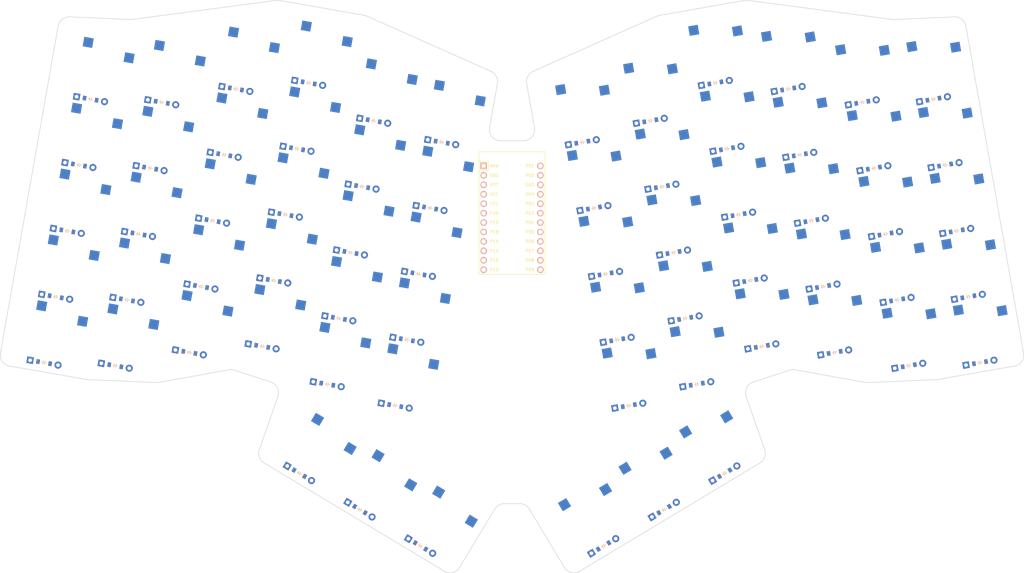
<source format=kicad_pcb>
(kicad_pcb (version 20240108) (generator "pcbnew") (generator_version "8.0")
  (title_block (title "cicadav1") (rev "1") (company "HagelzZ"))
  (layers (0 "F.Cu" signal) (31 "B.Cu" signal) (34 "B.Paste" user) (35 "F.Paste" user) (36 "B.SilkS" user "B.Silkscreen") (37 "F.SilkS" user "F.Silkscreen") (38 "B.Mask" user) (39 "F.Mask" user) (44 "Edge.Cuts" user))
  (net 0 "")
  (net 1 "P20")
  (net 2 "outer_bottom")
  (net 3 "outer_home")
  (net 4 "outer_top")
  (net 5 "outer_number")
  (net 6 "outer_frow")
  (net 7 "P21")
  (net 8 "pinky_bottom")
  (net 9 "pinky_home")
  (net 10 "pinky_top")
  (net 11 "pinky_number")
  (net 12 "pinky_frow")
  (net 13 "P3")
  (net 14 "ring_bottom")
  (net 15 "ring_home")
  (net 16 "ring_top")
  (net 17 "ring_number")
  (net 18 "ring_frow")
  (net 19 "P2")
  (net 20 "middle_bottom")
  (net 21 "middle_home")
  (net 22 "middle_top")
  (net 23 "middle_number")
  (net 24 "middle_frow")
  (net 25 "P0")
  (net 26 "index_bottom")
  (net 27 "index_home")
  (net 28 "index_top")
  (net 29 "index_number")
  (net 30 "index_frow")
  (net 31 "P1")
  (net 32 "indexfar_bottom")
  (net 33 "indexfar_home")
  (net 34 "indexfar_top")
  (net 35 "indexfar_number")
  (net 36 "indexfar_frow")
  (net 37 "near_thumb")
  (net 38 "home_thumb")
  (net 39 "far_thumb")
  (net 40 "mirror_outer_bottom")
  (net 41 "mirror_outer_home")
  (net 42 "mirror_outer_top")
  (net 43 "mirror_outer_number")
  (net 44 "mirror_outer_frow")
  (net 45 "mirror_pinky_bottom")
  (net 46 "mirror_pinky_home")
  (net 47 "mirror_pinky_top")
  (net 48 "mirror_pinky_number")
  (net 49 "mirror_pinky_frow")
  (net 50 "mirror_ring_bottom")
  (net 51 "mirror_ring_home")
  (net 52 "mirror_ring_top")
  (net 53 "mirror_ring_number")
  (net 54 "mirror_ring_frow")
  (net 55 "mirror_middle_bottom")
  (net 56 "mirror_middle_home")
  (net 57 "mirror_middle_top")
  (net 58 "mirror_middle_number")
  (net 59 "mirror_middle_frow")
  (net 60 "mirror_index_bottom")
  (net 61 "mirror_index_home")
  (net 62 "mirror_index_top")
  (net 63 "mirror_index_number")
  (net 64 "mirror_index_frow")
  (net 65 "mirror_indexfar_bottom")
  (net 66 "mirror_indexfar_home")
  (net 67 "mirror_indexfar_top")
  (net 68 "mirror_indexfar_number")
  (net 69 "mirror_indexfar_frow")
  (net 70 "mirror_near_thumb")
  (net 71 "mirror_home_thumb")
  (net 72 "mirror_far_thumb")
  (net 73 "P16")
  (net 74 "P14")
  (net 75 "P15")
  (net 76 "P18")
  (net 77 "P19")
  (net 78 "P10")
  (net 79 "P8")
  (net 80 "P7")
  (net 81 "P6")
  (net 82 "P5")
  (net 83 "P4")
  (net 84 "P9")
  (net 85 "RAW")
  (net 86 "GND")
  (net 87 "RST")
  (net 88 "VCC")
  (footprint "PG1350" (layer "F.Cu") (at 300.097482 94.063338 10)
    (property "Reference" "S47" (hide yes))
    (property "Value" "" (hide yes))
  )
  (footprint "PG1350" (layer "F.Cu") (at 296.971814 76.336799 10)
    (property "Reference" "S48" (hide yes))
    (property "Value" "" (hide yes))
  )
  (footprint "ComboDiode" (layer "F.Cu") (at 192.862144 170.435808 -10)
    (property "Reference" "D26" (hide yes))
    (property "Value" "" (hide yes))
  )
  (footprint "ComboDiode" (layer "F.Cu") (at 180.836251 129.221394 -10)
    (property "Reference" "D23" (hide yes))
    (property "Value" "" (hide yes))
  )
  (footprint "PG1350" (layer "F.Cu") (at 348.546836 150 10)
    (property "Reference" "S34" (hide yes))
    (property "Value" "" (hide yes))
  )
  (footprint "ComboDiode" (layer "F.Cu") (at 343.858335 123.410191 10)
    (property "Reference" "D36" (hide yes))
    (property "Value" "" (hide yes))
  )
  (footprint "ComboDiode" (layer "F.Cu") (at 120.708301 141.974026 -10)
    (property "Reference" "D7" (hide yes))
    (property "Value" "" (hide yes))
  )
  (footprint "PG1350" (layer "F.Cu") (at 142.19802 129.516418 -10)
    (property "Reference" "S12" (hide yes))
    (property "Value" "" (hide yes))
  )
  (footprint "PG1350" (layer "F.Cu") (at 109.377002 96.820381 -10)
    (property "Reference" "S4" (hide yes))
    (property "Value" "" (hide yes))
  )
  (footprint "PG1350" (layer "F.Cu") (at 336.044167 79.093842 10)
    (property "Reference" "S38" (hide yes))
    (property "Value" "" (hide yes))
  )
  (footprint "ComboDiode" (layer "F.Cu") (at 104.688501 123.410191 -10)
    (property "Reference" "D3" (hide yes))
    (property "Value" "" (hide yes))
  )
  (footprint "PG1350" (layer "F.Cu") (at 112.502669 79.093842 -10)
    (property "Reference" "S5" (hide yes))
    (property "Value" "" (hide yes))
  )
  (footprint "ComboDiode" (layer "F.Cu") (at 318.461533 88.794407 10)
    (property "Reference" "D43" (hide yes))
    (property "Value" "" (hide yes))
  )
  (footprint "ProMicro" (layer "F.Cu") (at 224.273418 119.892919 -90)
    (property "Reference" "MCU1" (hide yes))
    (property "Value" "" (hide yes))
  )
  (footprint "PG1350" (layer "F.Cu") (at 244.744857 108.392919 10)
    (property "Reference" "S62" (hide yes))
    (property "Value" "" (hide yes))
  )
  (footprint "ComboDiode" (layer "F.Cu") (at 330.964201 159.700566 10)
    (property "Reference" "D39" (hide yes))
    (property "Value" "" (hide yes))
  )
  (footprint "PG1350" (layer "F.Cu") (at 194.424977 161.572538 -10)
    (property "Reference" "S26" (hide yes))
    (property "Value" "" (hide yes))
  )
  (footprint "PG1350" (layer "F.Cu") (at 316.898699 79.931138 10)
    (property "Reference" "S43" (hide yes))
    (property "Value" "" (hide yes))
  )
  (footprint "PG1350" (layer "F.Cu") (at 131.648137 79.931138 -10)
    (property "Reference" "S10" (hide yes))
    (property "Value" "" (hide yes))
  )
  (footprint "ComboDiode" (layer "F.Cu") (at 337.607 87.957111 10)
    (property "Reference" "D38" (hide yes))
    (property "Value" "" (hide yes))
  )
  (footprint "ComboDiode" (layer "F.Cu") (at 264.584917 111.494854 10)
    (property "Reference" "D57" (hide yes))
    (property "Value" "" (hide yes))
  )
  (footprint "PG1350" (layer "F.Cu") (at 260.540935 190.709525 31)
    (property "Reference" "S65" (hide yes))
    (property "Value" "" (hide yes))
  )
  (footprint "ComboDiode" (layer "F.Cu") (at 321.5872 106.520947 10)
    (property "Reference" "D42" (hide yes))
    (property "Value" "" (hide yes))
  )
  (footprint "PG1350" (layer "F.Cu") (at 345.421168 132.27346 10)
    (property "Reference" "S35" (hide yes))
    (property "Value" "" (hide yes))
  )
  (footprint "ComboDiode" (layer "F.Cu") (at 273.961919 164.674473 10)
    (property "Reference" "D54" (hide yes))
    (property "Value" "" (hide yes))
  )
  (footprint "PG1350" (layer "F.Cu") (at 280.517894 92.438615 10)
    (property "Reference" "S52" (hide yes))
    (property "Value" "" (hide yes))
  )
  (footprint "PG1350" (layer "F.Cu") (at 326.275701 133.110756 10)
    (property "Reference" "S40" (hide yes))
    (property "Value" "" (hide yes))
  )
  (footprint "PG1350" (layer "F.Cu") (at 139.072352 147.242957 -10)
    (property "Reference" "S11" (hide yes))
    (property "Value" "" (hide yes))
  )
  (footprint "PG1350" (layer "F.Cu") (at 171.719722 180.923801 -31)
    (property "Reference" "S31" (hide yes))
    (property "Value" "" (hide yes))
  )
  (footprint "PG1350" (layer "F.Cu") (at 128.522469 97.657677 -10)
    (property "Reference" "S9" (hide yes))
    (property "Value" "" (hide yes))
  )
  (footprint "PG1350" (layer "F.Cu") (at 303.223149 111.789878 10)
    (property "Reference" "S46" (hide yes))
    (property "Value" "" (hide yes))
  )
  (footprint "PG1350" (layer "F.Cu") (at 272.399085 155.811203 10)
    (property "Reference" "S54" (hide yes))
    (property "Value" "" (hide yes))
  )
  (footprint "ComboDiode" (layer "F.Cu") (at 199.656737 208.209754 -31)
    (property "Reference" "D33" (hide yes))
    (property "Value" "" (hide yes))
  )
  (footprint "ComboDiode" (layer "F.Cu") (at 140.635186 138.379687 -10)
    (property "Reference" "D12" (hide yes))
    (property "Value" "" (hide yes))
  )
  (footprint "PG1350" (layer "F.Cu") (at 197.550645 143.845999 -10)
    (property "Reference" "S27" (hide yes))
    (property "Value" "" (hide yes))
  )
  (footprint "PG1350" (layer "F.Cu") (at 329.401368 150.837296 10)
    (property "Reference" "S39" (hide yes))
    (property "Value" "" (hide yes))
  )
  (footprint "PG1350" (layer "F.Cu") (at 306.348816 129.516418 10)
    (property "Reference" "S45" (hide yes))
    (property "Value" "" (hide yes))
  )
  (footprint "PG1350" (layer "F.Cu") (at 323.150033 115.384217 10)
    (property "Reference" "S41" (hide yes))
    (property "Value" "" (hide yes))
  )
  (footprint "ComboDiode" (layer "F.Cu") (at 346.984002 141.13673 10)
    (property "Reference" "D35" (hide yes))
    (property "Value" "" (hide yes))
  )
  (footprint "ComboDiode" (layer "F.Cu") (at 166.466109 101.301885 -10)
    (property "Reference" "D19" (hide yes))
    (property "Value" "" (hide yes))
  )
  (footprint "PG1350" (layer "F.Cu") (at 200.676312 126.119459 -10)
    (property "Reference" "S28" (hide yes))
    (property "Value" "" (hide yes))
  )
  (footprint "ComboDiode" (layer "F.Cu") (at 137.509519 156.106227 -10)
    (property "Reference" "D11" (hide yes))
    (property "Value" "" (hide yes))
  )
  (footprint "PG1350" (layer "F.Cu") (at 206.927646 90.66638 -10)
    (property "Reference" "S30" (hide yes))
    (property "Value" "" (hide yes))
  )
  (footprint "ComboDiode" (layer "F.Cu") (at 270.836251 146.947934 10)
    (property "Reference" "D55" (hide yes))
    (property "Value" "" (hide yes))
  )
  (footprint "PG1350" (layer "F.Cu") (at 277.392226 74.712075 10)
    (property "Reference" "S53" (hide yes))
    (property "Value" "" (hide yes))
  )
  (footprint "PG1350" (layer "F.Cu") (at 263.022083 102.631585 10)
    (property "Reference" "S57" (hide yes))
    (property "Value" "" (hide yes))
  )
  (footprint "ComboDiode" (layer "F.Cu") (at 298.534648 85.200069 10)
    (property "Reference" "D48" (hide yes))
    (property "Value" "" (hide yes))
  )
  (footprint "ComboDiode" (layer "F.Cu") (at 304.785982 120.653148 10)
    (property "Reference" "D46" (hide yes))
    (property "Value" "" (hide yes))
  )
  (footprint "ComboDiode" (layer "F.Cu") (at 107.814168 105.683651 -10)
    (property "Reference" "D4" (hide yes))
    (property "Value" "" (hide yes))
  )
  (footprint "ComboDiode" (layer "F.Cu") (at 249.433357 134.982729 10)
    (property "Reference" "D61" (hide yes))
    (property "Value" "" (hide yes))
  )
  (footprint "ComboDiode" (layer "F.Cu") (at 157.089107 154.481504 -10)
    (property "Reference" "D16" (hide yes))
    (property "Value" "" (hide yes))
  )
  (footprint "PG1350" (layer "F.Cu") (at 289.894895 145.618234 10)
    (property "Reference" "S49" (hide yes))
    (property "Value" "" (hide yes))
  )
  (footprint "ComboDiode" (layer "F.Cu") (at 324.712867 124.247487 10)
    (property "Reference" "D41" (hide yes))
    (property "Value" "" (hide yes))
  )
  (footprint "ComboDiode" (layer "F.Cu") (at 291.457729 154.481504 10)
    (property "Reference" "D49" (hide yes))
    (property "Value" "" (hide yes))
  )
  (footprint "PG1350" (layer "F.Cu") (at 276.827114 180.923801 31)
    (property "Reference" "S64" (hide yes))
    (property "Value" "" (hide yes))
  )
  (footprint "ComboDiode" (layer "F.Cu") (at 126.959636 106.520947 -10)
    (property "Reference" "D9" (hide yes))
    (property "Value" "" (hide yes))
  )
  (footprint "ComboDiode" (layer "F.Cu") (at 288.332062 136.754964 10)
    (property "Reference" "D50" (hide yes))
    (property "Value" "" (hide yes))
  )
  (footprint "ComboDiode" (layer "F.Cu") (at 281.462456 188.638307 31)
    (property "Reference" "D64" (hide yes))
    (property "Value" "" (hide yes))
  )
  (footprint "PG1350" (layer "F.Cu") (at 309.474483 147.242957 10)
    (property "Reference" "S44" (hide yes))
    (property "Value" "" (hide yes))
  )
  (footprint "PG1350" (layer "F.Cu") (at 204.29208 200.495248 -31)
    (property "Reference" "S33" (hide yes))
    (property "Value" "" (hide yes))
  )
  (footprint "PG1350" (layer "F.Cu") (at 161.777608 127.891694 -10)
    (property "Reference" "S17" (hide yes))
    (property "Value" "" (hide yes))
  )
  (footprint "PG1350" (layer "F.Cu") (at 254.121858 161.572538 10)
    (property "Reference" "S59" (hide yes))
    (property "Value" "" (hide yes))
  )
  (footprint "PG1350" (layer "F.Cu") (at 168.028942 92.438615 -10)
    (property "Reference" "S19" (hide yes))
    (property "Value" "" (hide yes))
  )
  (footprint "PG1350" (layer "F.Cu") (at 247.870524 126.119459 10)
    (property "Reference" "S61" (hide yes))
    (property "Value" "" (hide yes))
  )
  (footprint "ComboDiode" (layer "F.Cu") (at 163.340441 119.028424 -10)
    (property "Reference" "D18" (hide yes))
    (property "Value" "" (hide yes))
  )
  (footprint "ComboDiode" (layer "F.Cu") (at 267.710584 129.221394 10)
    (property "Reference" "D56" (hide yes))
    (property "Value" "" (hide yes))
  )
  (footprint "PG1350" (layer "F.Cu") (at 188.650419 84.905045 -10)
    (property "Reference" "S25" (hide yes))
    (property "Value" "" (hide yes))
  )
  (footprint "ComboDiode" (layer "F.Cu") (at 199.113478 134.982729 -10)
    (property "Reference" "D28" (hide yes))
    (property "Value" "" (hide yes))
  )
  (footprint "ComboDiode" (layer "F.Cu") (at 169.591776 83.575345 -10)
    (property "Reference" "D20" (hide yes))
    (property "Value" "" (hide yes))
  )
  (footprint "PG1350" (layer "F.Cu") (at 164.903275 110.165155 -10)
    (property "Reference" "S18" (hide yes))
    (property "Value" "" (hide yes))
  )
  (footprint "PG1350" (layer "F.Cu") (at 158.651941 145.618234 -10)
    (property "Reference" "S16" (hide yes))
    (property "Value" "" (hide yes))
  )
  (footprint "PG1350" (layer "F.Cu") (at 106.251334 114.546921 -10)
    (property "Reference" "S3" (hide yes))
    (property "Value" "" (hide yes))
  )
  (footprint "PG1350" (layer "F.Cu") (at 125.396802 115.384217 -10)
    (property "Reference" "S8" (hide yes))
    (property "Value" "" (hide yes))
  )
  (footprint "ComboDiode" (layer "F.Cu") (at 160.214774 136.754964 -10)
    (property "Reference" "D17" (hide yes))
    (property "Value" "" (hide yes))
  )
  (footprint "PG1350" (layer "F.Cu") (at 259.896416 84.905045 10)
    (property "Reference" "S58" (hide yes))
    (property "Value" "" (hide yes))
  )
  (footprint "ComboDiode" (layer "F.Cu") (at 143.760853 120.653148 -10)
    (property "Reference" "D13" (hide yes))
    (property "Value" "" (hide yes))
  )
  (footprint "ComboDiode" (layer "F.Cu") (at 187.087586 93.768315 -10)
    (property "Reference" "D25" (hide yes))
    (property "Value" "" (hide yes))
  )
  (footprint "PG1350" (layer "F.Cu") (at 241.619189 90.66638 10)
    (property "Reference" "S63" (hide yes))
    (property "Value" "" (hide yes))
  )
  (footprint "PG1350" (layer "F.Cu") (at 119.145468 150.837296 -10)
    (property "Reference" "S6" (hide yes))
    (property "Value" "" (hide yes))
  )
  (footprint "PG1350" (layer "F.Cu") (at 339.169834 96.820381 10)
    (property "Reference" "S37" (hide yes))
    (property "Value" "" (hide yes))
  )
  (footprint "ComboDiode" (layer "F.Cu") (at 246.30769 117.256189 10)
    (property "Reference" "D62" (hide yes))
    (property "Value" "" (hide yes))
  )
  (footprint "ComboDiode" (layer "F.Cu") (at 110.939835 87.957111 -10)
    (property "Reference" "D5" (hide yes))
    (property "Value" "" (hide yes))
  )
  (footprint "ComboDiode" (layer "F.Cu") (at 285.206394 119.028424 10)
    (property "Reference" "D51" (hide yes))
    (property "Value" "" (hide yes))
  )
  (footprint "ComboDiode" (layer "F.Cu") (at 255.684692 170.435808 10)
    (property "Reference" "D59" (hide yes))
    (property "Value" "" (hide yes))
  )
  (footprint "ComboDiode" (layer "F.Cu") (at 278.95506 83.575345 10)
    (property "Reference" "D53" (hide yes))
    (property "Value" "" (hide yes))
  )
  (footprint "PG1350" (layer "F.Cu") (at 103.125667 132.27346 -10)
    (property "Reference" "S2" (hide yes))
    (property "Value" "" (hide yes))
  )
  (footprint "PG1350" (layer "F.Cu") (at 122.271135 133.110756 -10)
    (property "Reference" "S7" (hide yes))
    (property "Value" "" (hide yes))
  )
  (footprint "ComboDiode" (layer "F.Cu") (at 167.084379 188.638307 -31)
    (property "Reference" "D31" (hide yes))
    (property "Value" "" (hide yes))
  )
  (footprint "ComboDiode" (layer "F.Cu") (at 248.890099 208.209754 31)
    (property "Reference" "D66" (hide yes))
    (property "Value" "" (hide yes))
  )
  (footprint "ComboDiode" (layer "F.Cu") (at 202.239145 117.256189 -10)
    (property "Reference" "D29" (hide yes))
    (property "Value" "" (hide yes))
  )
  (footprint "PG1350" (layer "F.Cu") (at 148.449354 94.063338 -10)
    (property "Reference" "S14" (hide yes))
    (property "Value" "" (hide yes))
  )
  (footprint "PG1350" (layer "F.Cu") (at 286.769228 127.891694 10)
    (property "Reference" "S50" (hide yes))
    (property "Value" "" (hide yes))
  )
  (footprint "ComboDiode" (layer "F.Cu") (at 174.584917 164.674473 -10)
    (property "Reference" "D21" (hide yes))
    (property "Value" "" (hide yes))
  )
  (footprint "ComboDiode" (layer "F.Cu") (at 252.559025 152.709268 10)
    (property "Reference" "D60" (hide yes))
    (property "Value" "" (hide yes))
  )
  (footprint "PG1350" (layer "F.Cu") (at 185.524752 102.631585 -10)
    (property "Reference" "S24" (hide yes))
    (property "Value" "" (hide yes))
  )
  (footprint "PG1350" (layer "F.Cu") (at 320.024366 97.657677 10)
    (property "Reference" "S42" (hide yes))
    (property "Value" "" (hide yes))
  )
  (footprint "PG1350" (layer "F.Cu") (at 151.575021 76.336799 -10)
    (property "Reference" "S15" (hide yes))
    (property "Value" "" (hide yes))
  )
  (footprint "ComboDiode" (layer "F.Cu") (at 311.037317 156.106227 10)
    (property "Reference" "D44" (hide yes))
    (property "Value" "" (hide yes))
  )
  (footprint "ComboDiode" (layer "F.Cu") (at 327.838534 141.974026 10)
    (property "Reference" "D40" (hide yes))
    (property "Value" "" (hide yes))
  )
  (footprint "ComboDiode" (layer "F.Cu") (at 205.364813 99.52965 -10)
    (property "Reference" "D30" (hide yes))
    (property "Value" "" (hide yes))
  )
  (footprint "ComboDiode" (layer "F.Cu") (at 307.91165 138.379687 10)
    (property "Reference" "D45" (hide yes))
    (property "Value" "" (hide yes))
  )
  (footprint "PG1350" (layer "F.Cu") (at 182.399085 120.358124 -10)
    (property "Reference" "S23" (hide yes))
    (property "Value" "" (hide yes))
  )
  (footprint "ComboDiode" (layer "F.Cu") (at 146.88652 102.926608 -10)
    (property "Reference" "D14" (hide yes))
    (property "Value" "" (hide yes))
  )
  (footprint "ComboDiode" (layer "F.Cu") (at 195.987811 152.709268 -10)
    (property "Reference" "D27" (hide yes))
    (property "Value" "" (hide yes))
  )
  (footprint "PG1350" (layer "F.Cu") (at 100 150 -10)
    (property "Reference" "S1" (hide yes))
    (property "Value" "" (hide yes))
  )
  (footprint "ComboDiode" (layer "F.Cu") (at 350.109669 158.86327 10)
    (property "Reference" "D34" (hide yes))
    (property "Value" "" (hide yes))
  )
  (footprint "ComboDiode" (layer "F.Cu") (at 123.833969 124.247487 -10)
    (property "Reference" "D8" (hide yes))
    (property "Value" "" (hide yes))
  )
  (footprint "ComboDiode" (layer "F.Cu") (at 150.012188 85.200069 -10)
    (property "Reference" "D15" (hide yes))
    (property "Value" "" (hide yes))
  )
  (footprint "ComboDiode" (layer "F.Cu") (at 130.085303 88.794407 -10)
    (property "Reference" "D10" (hide yes))
    (property "Value" "" (hide yes))
  )
  (footprint "ComboDiode" (layer "F.Cu") (at 340.732668 105.683651 10)
    (property "Reference" "D37" (hide yes))
    (property "Value" "" (hide yes))
  )
  (footprint "ComboDiode" (layer "F.Cu") (at 265.176278 198.42403 31)
    (property "Reference" "D65" (hide yes))
    (property "Value" "" (hide yes))
  )
  (footprint "ComboDiode" (layer "F.Cu") (at 301.660315 102.926608 10)
    (property "Reference" "D47" (hide yes))
    (property "Value" "" (hide yes))
  )
  (footprint "ComboDiode" (layer "F.Cu") (at 177.710584 146.947934 -10)
    (property "Reference" "D22" (hide yes))
    (property "Value" "" (hide yes))
  )
  (footprint "PG1350" (layer "F.Cu") (at 342.295501 114.546921 10)
    (property "Reference" "S36" (hide yes))
    (property "Value" "" (hide yes))
  )
  (footprint "PG1350" (layer "F.Cu") (at 179.273418 138.084664 -10)
    (property "Reference" "S22" (hide yes))
    (property "Value" "" (hide yes))
  )
  (footprint "PG1350" (layer "F.Cu") (at 250.996191 143.845999 10)
    (property "Reference" "S60" (hide yes))
    (property "Value" "" (hide yes))
  )
  (footprint "ComboDiode" (layer "F.Cu") (at 183.961919 111.494854 -10)
    (property "Reference" "D24" (hide yes))
    (property "Value" "" (hide yes))
  )
  (footprint "PG1350" (layer "F.Cu") (at 188.005901 190.709525 -31)
    (property "Reference" "S32" (hide yes))
    (property "Value" "" (hide yes))
  )
  (footprint "PG1350" (layer "F.Cu") (at 203.801979 108.392919 -10)
    (property "Reference" "S29" (hide yes))
    (property "Value" "" (hide yes))
  )
  (footprint "PG1350" (layer "F.Cu") (at 269.273418 138.084664 10)
    (property "Reference" "S55" (hide yes))
    (property "Value" "" (hide yes))
  )
  (footprint "ComboDiode" (layer "F.Cu") (at 243.182023 99.52965 10)
    (property "Reference" "D63" (hide yes))
    (property "Value" "" (hide yes))
  )
  (footprint "PG1350" (layer "F.Cu") (at 171.154609 74.712075 -10)
    (property "Reference" "S20" (hide yes))
    (property "Value" "" (hide yes))
  )
  (footprint "PG1350" (layer "F.Cu") (at 145.323687 111.789878 -10)
    (property "Reference" "S13" (hide yes))
    (property "Value" "" (hide yes))
  )
  (footprint "ComboDiode" (layer "F.Cu") (at 101.562834 141.13673 -10)
    (property "Reference" "D2" (hide yes))
    (property "Value" "" (hide yes))
  )
  (footprint "PG1350" (layer "F.Cu") (at 283.643561 110.165155 10)
    (property "Reference" "S51" (hide yes))
    (property "Value" "" (hide yes))
  )
  (footprint "ComboDiode" (layer "F.Cu") (at 98.437166 158.86327 -10)
    (property "Reference" "D1" (hide yes))
    (property "Value" "" (hide yes))
  )
  (footprint "PG1350" (layer "F.Cu") (at 266.147751 120.358124 10)
    (property "Reference" "S56" (hide yes))
    (property "Value" "" (hide yes))
  )
  (footprint "PG1350" (layer "F.Cu") (at 244.254756 200.495248 31)
    (property "Reference" "S66" (hide yes))
    (property "Value" "" (hide yes))
  )
  (footprint "ComboDiode" (layer "F.Cu") (at 183.370558 198.42403 -31)
    (property "Reference" "D32" (hide yes))
    (property "Value" "" (hide yes))
  )
  (footprint "ComboDiode" (layer "F.Cu") (at 261.45925 93.768315 10)
    (property "Reference" "D58" (hide yes))
    (property "Value" "" (hide yes))
  )
  (footprint "ComboDiode" (layer "F.Cu") (at 117.582634 159.700566 -10)
    (property "Reference" "D6" (hide yes))
    (property "Value" "" (hide yes))
  )
  (footprint "PG1350" (layer "F.Cu") (at 176.147751 155.811203 -10)
    (property "Reference" "S21" (hide yes))
    (property "Value" "" (hide yes))
  )
  (footprint "ComboDiode" (layer "F.Cu") (at 282.080727 101.301885 10)
    (property "Reference" "D52" (hide yes))
    (property "Value" "" (hide yes))
  )
  (gr_arc (start 343.236298 65.799732) (mid 345.245058 66.457146) (end 346.321795 68.275923) (stroke (width 0.15)) (layer "Edge.Cuts"))
  (gr_line (start 86.706297 156.287088) (end 102.22504 68.275923) (stroke (width 0.15)) (layer "Edge.Cuts"))
  (gr_arc (start 102.225041 68.275923) (mid 103.301778 66.457146) (end 105.310538 65.799732) (stroke (width 0.15)) (layer "Edge.Cuts"))
  (gr_arc (start 338.919632 163.374942) (mid 338.725396 163.402676) (end 338.529762 163.417654) (stroke (width 0.15)) (layer "Edge.Cuts"))
  (gr_line (start 230.309372 95.630464) (end 228.211284 83.731613) (stroke (width 0.15)) (layer "Edge.Cuts"))
  (gr_line (start 298.933508 160.887853) (end 289.120516 164.10094) (stroke (width 0.15)) (layer "Edge.Cuts"))
  (gr_arc (start 210.200264 213.961628) (mid 208.354527 215.327401) (end 206.083647 214.988015) (stroke (width 0.15)) (layer "Edge.Cuts"))
  (gr_line (start 326.982436 66.510569) (end 343.236297 65.799732) (stroke (width 0.15)) (layer "Edge.Cuts"))
  (gr_line (start 105.310538 65.799732) (end 121.5644 66.510569) (stroke (width 0.15)) (layer "Edge.Cuts"))
  (gr_line (start 220.335552 83.731613) (end 218.237464 95.630464) (stroke (width 0.15)) (layer "Edge.Cuts"))
  (gr_line (start 338.529762 163.417654) (end 319.914931 164.231743) (stroke (width 0.15)) (layer "Edge.Cuts"))
  (gr_line (start 159.42632 164.10094) (end 149.613327 160.887853) (stroke (width 0.15)) (layer "Edge.Cuts"))
  (gr_arc (start 184.60555 65.406433) (mid 184.962628 65.49222) (end 185.306549 65.620992) (stroke (width 0.15)) (layer "Edge.Cuts"))
  (gr_line (start 185.306549 65.620992) (end 218.603072 80.470804) (stroke (width 0.15)) (layer "Edge.Cuts"))
  (gr_arc (start 157.602038 185.857324) (mid 156.32594 184.305998) (end 156.314698 182.297288) (stroke (width 0.15)) (layer "Edge.Cuts"))
  (gr_line (start 219.626841 198.273167) (end 210.200263 213.961627) (stroke (width 0.15)) (layer "Edge.Cuts"))
  (gr_arc (start 221.191888 99.151408) (mid 218.893754 98.079771) (end 218.237464 95.630464) (stroke (width 0.15)) (layer "Edge.Cuts"))
  (gr_line (start 263.941285 65.406433) (end 286.757561 61.383308) (stroke (width 0.15)) (layer "Edge.Cuts"))
  (gr_arc (start 219.626841 198.273167) (mid 220.721072 197.207214) (end 222.198343 196.818281) (stroke (width 0.15)) (layer "Edge.Cuts"))
  (gr_arc (start 129.295515 164.186964) (mid 128.964955 164.227801) (end 128.631905 164.231743) (stroke (width 0.15)) (layer "Edge.Cuts"))
  (gr_arc (start 319.914931 164.231743) (mid 319.581881 164.227801) (end 319.251321 164.186964) (stroke (width 0.15)) (layer "Edge.Cuts"))
  (gr_line (start 290.944798 185.857325) (end 242.463188 214.988015) (stroke (width 0.15)) (layer "Edge.Cuts"))
  (gr_arc (start 286.757562 61.383308) (mid 287.213731 61.338431) (end 287.671412 61.363572) (stroke (width 0.15)) (layer "Edge.Cuts"))
  (gr_arc (start 230.309372 95.630463) (mid 229.653082 98.079771) (end 227.354949 99.151408) (stroke (width 0.15)) (layer "Edge.Cuts"))
  (gr_line (start 122.08838 66.487593) (end 160.875424 61.363572) (stroke (width 0.15)) (layer "Edge.Cuts"))
  (gr_arc (start 122.088381 66.487593) (mid 121.826894 66.510554) (end 121.5644 66.510569) (stroke (width 0.15)) (layer "Edge.Cuts"))
  (gr_line (start 148.147265 160.786554) (end 129.295515 164.186964) (stroke (width 0.15)) (layer "Edge.Cuts"))
  (gr_arc (start 228.211284 83.731612) (mid 228.516419 81.803091) (end 229.943764 80.470804) (stroke (width 0.15)) (layer "Edge.Cuts"))
  (gr_line (start 128.631905 164.231743) (end 110.017073 163.417654) (stroke (width 0.15)) (layer "Edge.Cuts"))
  (gr_line (start 156.314698 182.297288) (end 161.325247 167.940532) (stroke (width 0.15)) (layer "Edge.Cuts"))
  (gr_arc (start 361.840539 156.287088) (mid 361.343571 158.528762) (end 359.407059 159.762456) (stroke (width 0.15)) (layer "Edge.Cuts"))
  (gr_line (start 287.671412 61.363572) (end 326.458455 66.487593) (stroke (width 0.15)) (layer "Edge.Cuts"))
  (gr_arc (start 148.147266 160.786554) (mid 148.886596 160.746046) (end 149.613328 160.887853) (stroke (width 0.15)) (layer "Edge.Cuts"))
  (gr_line (start 319.251321 164.186964) (end 300.399571 160.786554) (stroke (width 0.15)) (layer "Edge.Cuts"))
  (gr_line (start 229.943764 80.470804) (end 263.240287 65.620992) (stroke (width 0.15)) (layer "Edge.Cuts"))
  (gr_arc (start 287.221589 167.940531) (mid 287.364942 165.622061) (end 289.120516 164.10094) (stroke (width 0.15)) (layer "Edge.Cuts"))
  (gr_line (start 238.346572 213.961627) (end 228.919994 198.273167) (stroke (width 0.15)) (layer "Edge.Cuts"))
  (gr_line (start 109.627203 163.374942) (end 89.139776 159.762456) (stroke (width 0.15)) (layer "Edge.Cuts"))
  (gr_arc (start 326.982436 66.510569) (mid 326.719942 66.510554) (end 326.458455 66.487593) (stroke (width 0.15)) (layer "Edge.Cuts"))
  (gr_line (start 226.348492 196.818281) (end 222.198343 196.818281) (stroke (width 0.15)) (layer "Edge.Cuts"))
  (gr_arc (start 89.139777 159.762456) (mid 87.203265 158.528762) (end 86.706297 156.287088) (stroke (width 0.15)) (layer "Edge.Cuts"))
  (gr_arc (start 226.348492 196.818281) (mid 227.825763 197.207214) (end 228.919994 198.273167) (stroke (width 0.15)) (layer "Edge.Cuts"))
  (gr_arc (start 292.232138 182.297287) (mid 292.220897 184.305998) (end 290.944798 185.857325) (stroke (width 0.15)) (layer "Edge.Cuts"))
  (gr_line (start 221.191887 99.151408) (end 227.354949 99.151408) (stroke (width 0.15)) (layer "Edge.Cuts"))
  (gr_arc (start 160.875424 61.363572) (mid 161.333105 61.338431) (end 161.789274 61.383308) (stroke (width 0.15)) (layer "Edge.Cuts"))
  (gr_arc (start 218.603073 80.470804) (mid 220.030418 81.803092) (end 220.335552 83.731613) (stroke (width 0.15)) (layer "Edge.Cuts"))
  (gr_arc (start 263.240286 65.620992) (mid 263.584207 65.492219) (end 263.941285 65.406433) (stroke (width 0.15)) (layer "Edge.Cuts"))
  (gr_line (start 359.407059 159.762456) (end 338.919632 163.374942) (stroke (width 0.15)) (layer "Edge.Cuts"))
  (gr_arc (start 159.42632 164.100939) (mid 161.181895 165.622061) (end 161.325247 167.940532) (stroke (width 0.15)) (layer "Edge.Cuts"))
  (gr_line (start 161.789274 61.383308) (end 184.60555 65.406433) (stroke (width 0.15)) (layer "Edge.Cuts"))
  (gr_arc (start 242.463188 214.988015) (mid 240.192308 215.3274) (end 238.346572 213.961627) (stroke (width 0.15)) (layer "Edge.Cuts"))
  (gr_arc (start 298.933508 160.887853) (mid 299.660241 160.746046) (end 300.399571 160.786554) (stroke (width 0.15)) (layer "Edge.Cuts"))
  (gr_arc (start 110.017073 163.417654) (mid 109.821439 163.402676) (end 109.627203 163.374942) (stroke (width 0.15)) (layer "Edge.Cuts"))
  (gr_line (start 346.321795 68.275923) (end 361.840538 156.287088) (stroke (width 0.15)) (layer "Edge.Cuts"))
  (gr_line (start 206.083647 214.988015) (end 157.602038 185.857325) (stroke (width 0.15)) (layer "Edge.Cuts"))
  (gr_line (start 287.221589 167.940532) (end 292.232138 182.297288) (stroke (width 0.15)) (layer "Edge.Cuts"))
)
</source>
